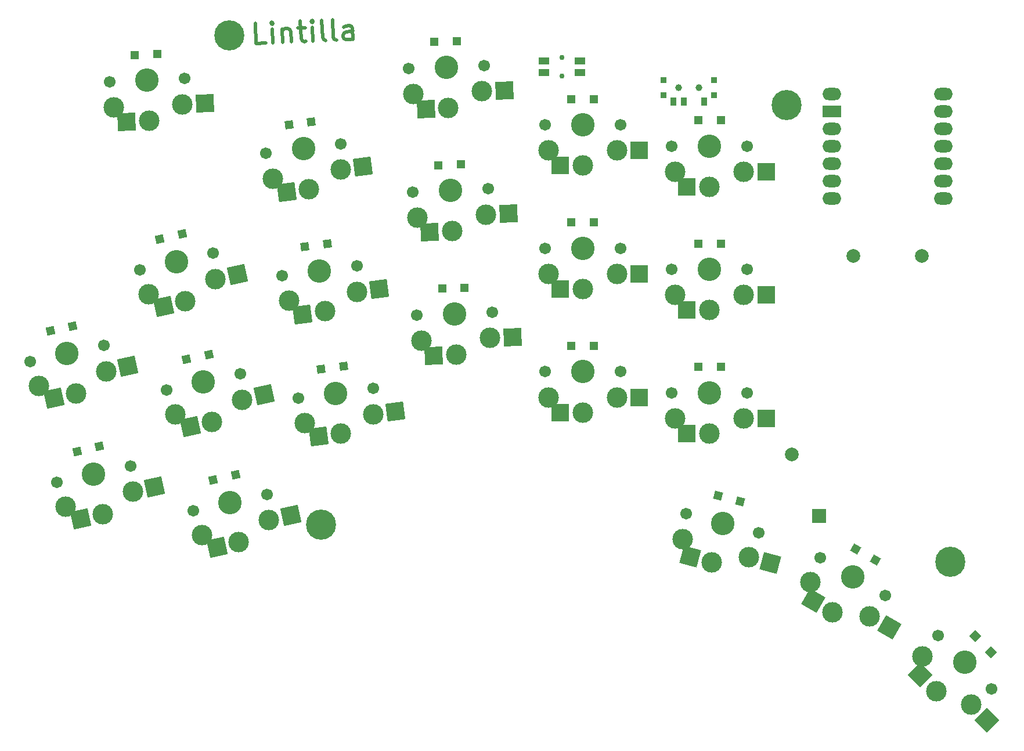
<source format=gbr>
%TF.GenerationSoftware,KiCad,Pcbnew,8.0.6*%
%TF.CreationDate,2024-10-22T01:49:15-07:00*%
%TF.ProjectId,lintilla,6c696e74-696c-46c6-912e-6b696361645f,v1.0*%
%TF.SameCoordinates,Original*%
%TF.FileFunction,Soldermask,Top*%
%TF.FilePolarity,Negative*%
%FSLAX46Y46*%
G04 Gerber Fmt 4.6, Leading zero omitted, Abs format (unit mm)*
G04 Created by KiCad (PCBNEW 8.0.6) date 2024-10-22 01:49:15*
%MOMM*%
%LPD*%
G01*
G04 APERTURE LIST*
G04 Aperture macros list*
%AMRotRect*
0 Rectangle, with rotation*
0 The origin of the aperture is its center*
0 $1 length*
0 $2 width*
0 $3 Rotation angle, in degrees counterclockwise*
0 Add horizontal line*
21,1,$1,$2,0,0,$3*%
G04 Aperture macros list end*
%ADD10C,0.500000*%
%ADD11R,0.900000X0.900000*%
%ADD12C,1.000000*%
%ADD13R,0.900000X1.250000*%
%ADD14RotRect,1.200000X1.200000X135.000000*%
%ADD15RotRect,1.200000X1.200000X187.500000*%
%ADD16C,1.701800*%
%ADD17C,3.000000*%
%ADD18C,3.429000*%
%ADD19R,2.600000X2.600000*%
%ADD20RotRect,1.200000X1.200000X182.500000*%
%ADD21RotRect,2.600000X2.600000X165.000000*%
%ADD22RotRect,2.600000X2.600000X135.000000*%
%ADD23RotRect,2.600000X2.600000X187.500000*%
%ADD24RotRect,1.200000X1.200000X192.500000*%
%ADD25RotRect,2.600000X2.600000X182.500000*%
%ADD26C,0.700000*%
%ADD27C,4.400000*%
%ADD28RotRect,2.600000X2.600000X192.500000*%
%ADD29R,1.200000X1.200000*%
%ADD30RotRect,1.200000X1.200000X165.000000*%
%ADD31RotRect,1.200000X1.200000X150.000000*%
%ADD32O,2.750000X1.800000*%
%ADD33R,2.750000X1.800000*%
%ADD34C,0.750000*%
%ADD35R,1.550000X1.000000*%
%ADD36R,2.000000X2.000000*%
%ADD37RotRect,2.600000X2.600000X150.000000*%
%ADD38C,2.000000*%
G04 APERTURE END LIST*
D10*
X73503156Y-35988919D02*
X72075944Y-36051233D01*
X72075944Y-36051233D02*
X71945086Y-33054088D01*
X74502204Y-35945300D02*
X74414965Y-33947204D01*
X74371345Y-32948155D02*
X74234856Y-33097108D01*
X74234856Y-33097108D02*
X74383808Y-33233598D01*
X74383808Y-33233598D02*
X74520298Y-33084645D01*
X74520298Y-33084645D02*
X74371345Y-32948155D01*
X74371345Y-32948155D02*
X74383808Y-33233598D01*
X75842176Y-33884890D02*
X75929415Y-35882987D01*
X75854639Y-34170333D02*
X75991129Y-34021380D01*
X75991129Y-34021380D02*
X76270340Y-33866196D01*
X76270340Y-33866196D02*
X76698503Y-33847502D01*
X76698503Y-33847502D02*
X76990177Y-33977761D01*
X76990177Y-33977761D02*
X77145361Y-34256972D01*
X77145361Y-34256972D02*
X77213905Y-35826905D01*
X78125715Y-33785189D02*
X79267485Y-33735338D01*
X78510259Y-32767446D02*
X78622423Y-35336428D01*
X78622423Y-35336428D02*
X78777607Y-35615639D01*
X78777607Y-35615639D02*
X79069281Y-35745897D01*
X79069281Y-35745897D02*
X79354723Y-35733434D01*
X80353772Y-35689815D02*
X80266533Y-33691719D01*
X80222914Y-32692670D02*
X80086424Y-32841623D01*
X80086424Y-32841623D02*
X80235376Y-32978113D01*
X80235376Y-32978113D02*
X80371866Y-32829160D01*
X80371866Y-32829160D02*
X80222914Y-32692670D01*
X80222914Y-32692670D02*
X80235376Y-32978113D01*
X82209147Y-35608808D02*
X81917473Y-35478549D01*
X81917473Y-35478549D02*
X81762289Y-35199338D01*
X81762289Y-35199338D02*
X81650125Y-32630357D01*
X83779080Y-35540263D02*
X83487406Y-35410004D01*
X83487406Y-35410004D02*
X83332222Y-35130793D01*
X83332222Y-35130793D02*
X83220058Y-32561812D01*
X86205340Y-35434330D02*
X86136796Y-33864397D01*
X86136796Y-33864397D02*
X85981612Y-33585186D01*
X85981612Y-33585186D02*
X85689938Y-33454928D01*
X85689938Y-33454928D02*
X85119053Y-33479853D01*
X85119053Y-33479853D02*
X84839842Y-33635037D01*
X86199109Y-35291609D02*
X85919898Y-35446793D01*
X85919898Y-35446793D02*
X85206292Y-35477949D01*
X85206292Y-35477949D02*
X84914619Y-35347691D01*
X84914619Y-35347691D02*
X84759435Y-35068480D01*
X84759435Y-35068480D02*
X84746972Y-34783038D01*
X84746972Y-34783038D02*
X84877230Y-34491364D01*
X84877230Y-34491364D02*
X85156441Y-34336180D01*
X85156441Y-34336180D02*
X85870047Y-34305023D01*
X85870047Y-34305023D02*
X86149258Y-34149839D01*
D11*
%TO.C,T1*%
X131480185Y-41341780D03*
X131480185Y-43541786D03*
D12*
X133680187Y-42441784D03*
X136680183Y-42441782D03*
D11*
X138880185Y-41341780D03*
X138880185Y-43541786D03*
D13*
X137430183Y-44516784D03*
X134430187Y-44516782D03*
X132930185Y-44516783D03*
%TD*%
D14*
%TO.C,SW21*%
X179264031Y-124815247D03*
X176930579Y-122481795D03*
%TD*%
D15*
%TO.C,SW8*%
X82456891Y-65280525D03*
X79185123Y-65711261D03*
%TD*%
D16*
%TO.C,S16*%
X143680184Y-86991791D03*
D17*
X143180178Y-90741795D03*
X138180184Y-92941791D03*
D18*
X138180184Y-86991791D03*
D17*
X133180184Y-90741793D03*
D16*
X132680184Y-86991791D03*
D19*
X146455185Y-90741791D03*
X134905184Y-92941791D03*
%TD*%
D20*
%TO.C,SW6*%
X57650104Y-37554610D03*
X54353244Y-37698554D03*
%TD*%
D15*
%TO.C,SW9*%
X80107416Y-47434520D03*
X76835648Y-47865256D03*
%TD*%
D16*
%TO.C,S19*%
X145386071Y-107450961D03*
D17*
X143932535Y-110943775D03*
X138533506Y-111774715D03*
D18*
X140073479Y-106027456D03*
D17*
X134273279Y-108355586D03*
D16*
X134760887Y-104603951D03*
D21*
X147095944Y-111791404D03*
X135370099Y-110927082D03*
%TD*%
D16*
%TO.C,S21*%
X179334731Y-130189248D03*
D17*
X176329527Y-132487345D03*
X171238359Y-130507446D03*
D18*
X175445644Y-126300161D03*
D17*
X169258460Y-125416280D03*
D16*
X171556557Y-122411074D03*
D22*
X178645302Y-134803120D03*
X168922589Y-128191674D03*
%TD*%
D16*
%TO.C,S8*%
X86763428Y-68495916D03*
D17*
X86757179Y-72279099D03*
X82087112Y-75112907D03*
D18*
X81310481Y-69213810D03*
D17*
X76842730Y-73584361D03*
D16*
X75857534Y-69931704D03*
D23*
X90004162Y-71851622D03*
X78840130Y-75540380D03*
%TD*%
D24*
%TO.C,SW3*%
X69040445Y-98966288D03*
X65818669Y-99680538D03*
%TD*%
D16*
%TO.C,S11*%
X105903548Y-57233995D03*
D17*
X105567592Y-61002239D03*
X100668318Y-63418239D03*
D18*
X100408783Y-57473902D03*
D17*
X95577115Y-61438432D03*
D16*
X94914018Y-57713809D03*
D25*
X108839481Y-60859382D03*
X97396435Y-63561092D03*
%TD*%
D26*
%TO.C,*%
X66493442Y-34916360D03*
X66925365Y-33729664D03*
X67027148Y-36060895D03*
X68069900Y-33195958D03*
D27*
X68141872Y-34844388D03*
D26*
X68213844Y-36492818D03*
X69256596Y-33627881D03*
X69358379Y-35959112D03*
X69790302Y-34772416D03*
%TD*%
D16*
%TO.C,S4*%
X69714916Y-84220774D03*
D17*
X70038417Y-87990106D03*
X65633104Y-91220153D03*
D18*
X64345288Y-85411192D03*
D17*
X60275457Y-90154500D03*
D16*
X58975660Y-86601610D03*
D28*
X73235786Y-87281264D03*
X62435734Y-91928993D03*
%TD*%
D16*
%TO.C,S13*%
X125180178Y-83908455D03*
D17*
X124680172Y-87658459D03*
X119680178Y-89858455D03*
D18*
X119680178Y-83908455D03*
D17*
X114680178Y-87658457D03*
D16*
X114180178Y-83908455D03*
D19*
X127955179Y-87658455D03*
X116405178Y-89858455D03*
%TD*%
D16*
%TO.C,S12*%
X105318203Y-39242403D03*
D17*
X104982247Y-43010647D03*
X100082973Y-45426647D03*
D18*
X99823438Y-39482310D03*
D17*
X94991770Y-43446840D03*
D16*
X94328673Y-39722217D03*
D25*
X108254136Y-42867790D03*
X96811090Y-45569500D03*
%TD*%
D29*
%TO.C,SW17*%
X139830187Y-65241791D03*
X136530187Y-65241791D03*
%TD*%
D30*
%TO.C,SW19*%
X142637824Y-102832286D03*
X139450268Y-101978186D03*
%TD*%
D31*
%TO.C,SW20*%
X162397989Y-111412801D03*
X159540105Y-109762801D03*
%TD*%
D32*
%TO.C,MCU1*%
X172300176Y-43371778D03*
X172300176Y-45911778D03*
X172300176Y-48451778D03*
X172300174Y-50991777D03*
X172300176Y-53531778D03*
X172300176Y-56071778D03*
X172300176Y-58611778D03*
X156060176Y-58611778D03*
X156060176Y-56071778D03*
X156060176Y-53531778D03*
X156060178Y-50991779D03*
X156060176Y-48451778D03*
D33*
X156060176Y-45911778D03*
D32*
X156060176Y-43371778D03*
%TD*%
D34*
%TO.C,B1*%
X116680184Y-38033455D03*
X116680184Y-40783455D03*
D35*
X114055184Y-38558455D03*
X119305184Y-38558455D03*
X114055184Y-40258455D03*
X119305184Y-40258455D03*
%TD*%
D29*
%TO.C,SW15*%
X121330183Y-44158458D03*
X118030183Y-44158458D03*
%TD*%
D24*
%TO.C,SW5*%
X61248611Y-63819630D03*
X58026835Y-64533880D03*
%TD*%
D20*
%TO.C,SW10*%
X102478975Y-71647100D03*
X99182115Y-71791044D03*
%TD*%
D26*
%TO.C,*%
X171907890Y-110841163D03*
X172909781Y-110072386D03*
X171743055Y-112093214D03*
X174161832Y-110237221D03*
D27*
X173336832Y-111666163D03*
D26*
X172511832Y-113095105D03*
X174930609Y-111239112D03*
X173763883Y-113259940D03*
X174765774Y-112491163D03*
%TD*%
D36*
%TO.C,PAD6*%
X154180190Y-104991788D03*
%TD*%
D16*
%TO.C,S2*%
X49851577Y-80097256D03*
D17*
X50175078Y-83866588D03*
X45769765Y-87096635D03*
D18*
X44481949Y-81287674D03*
D17*
X40412118Y-86030982D03*
D16*
X39112321Y-82478092D03*
D28*
X53372447Y-83157746D03*
X42572395Y-87805475D03*
%TD*%
D24*
%TO.C,SW1*%
X49177104Y-94842765D03*
X45955328Y-95557015D03*
%TD*%
D16*
%TO.C,S15*%
X125180178Y-47908454D03*
D17*
X124680172Y-51658458D03*
X119680178Y-53858454D03*
D18*
X119680178Y-47908454D03*
D17*
X114680178Y-51658456D03*
D16*
X114180178Y-47908454D03*
D19*
X127955179Y-51658454D03*
X116405178Y-53858454D03*
%TD*%
D29*
%TO.C,SW16*%
X139830176Y-83241786D03*
X136530176Y-83241786D03*
%TD*%
D16*
%TO.C,S1*%
X53747489Y-97670569D03*
D17*
X54070990Y-101439901D03*
X49665677Y-104669948D03*
D18*
X48377861Y-98860987D03*
D17*
X44308030Y-103604295D03*
D16*
X43008233Y-100051405D03*
D28*
X57268359Y-100731059D03*
X46468307Y-105378788D03*
%TD*%
D15*
%TO.C,SW7*%
X84806365Y-83126538D03*
X81534597Y-83557274D03*
%TD*%
D26*
%TO.C,*%
X147780188Y-44991792D03*
X148263462Y-43825066D03*
X148263462Y-46158518D03*
X149430188Y-43341792D03*
D27*
X149430188Y-44991792D03*
D26*
X149430188Y-46641792D03*
X150596914Y-43825066D03*
X150596914Y-46158518D03*
X151080188Y-44991792D03*
%TD*%
D29*
%TO.C,SW13*%
X121330183Y-80158460D03*
X118030183Y-80158460D03*
%TD*%
D16*
%TO.C,S5*%
X65819006Y-66647456D03*
D17*
X66142507Y-70416788D03*
X61737194Y-73646835D03*
D18*
X60449378Y-67837874D03*
D17*
X56379547Y-72581182D03*
D16*
X55079750Y-69028292D03*
D28*
X69339876Y-69707946D03*
X58539824Y-74355675D03*
%TD*%
D16*
%TO.C,S10*%
X106488886Y-75225593D03*
D17*
X106152930Y-78993837D03*
X101253656Y-81409837D03*
D18*
X100994121Y-75465500D03*
D17*
X96162453Y-79430030D03*
D16*
X95499356Y-75705407D03*
D25*
X109424819Y-78850980D03*
X97981773Y-81552690D03*
%TD*%
D16*
%TO.C,S6*%
X61660008Y-41133096D03*
D17*
X61324052Y-44901340D03*
X56424778Y-47317340D03*
D18*
X56165243Y-41373003D03*
D17*
X51333575Y-45337533D03*
D16*
X50670478Y-41612910D03*
D25*
X64595941Y-44758483D03*
X53152895Y-47460193D03*
%TD*%
D16*
%TO.C,S18*%
X143680181Y-50991783D03*
D17*
X143180175Y-54741787D03*
X138180181Y-56941783D03*
D18*
X138180181Y-50991783D03*
D17*
X133180181Y-54741785D03*
D16*
X132680181Y-50991783D03*
D19*
X146455182Y-54741783D03*
X134905181Y-56941783D03*
%TD*%
D16*
%TO.C,S20*%
X163857177Y-116585391D03*
D17*
X161549164Y-119582986D03*
X156119037Y-118988242D03*
D18*
X159094037Y-113835391D03*
D17*
X152888910Y-114582988D03*
D16*
X154330897Y-111085391D03*
D37*
X164385397Y-121220486D03*
X153282804Y-117350742D03*
%TD*%
D20*
%TO.C,SW11*%
X101893645Y-53655506D03*
X98596785Y-53799450D03*
%TD*%
D16*
%TO.C,S3*%
X73610829Y-101794112D03*
D17*
X73934330Y-105563444D03*
X69529017Y-108793491D03*
D18*
X68241201Y-102984530D03*
D17*
X64171370Y-107727838D03*
D16*
X62871573Y-104174948D03*
D28*
X77131699Y-104854602D03*
X66331647Y-109502331D03*
%TD*%
D38*
%TO.C,PAD5*%
X150180179Y-95991791D03*
%TD*%
%TO.C,PAD1*%
X169180184Y-66991786D03*
%TD*%
D34*
%TO.C,B2*%
X116680184Y-38033455D03*
X116680184Y-40783455D03*
%TD*%
D16*
%TO.C,S14*%
X125180182Y-65908459D03*
D17*
X124680176Y-69658463D03*
X119680182Y-71858459D03*
D18*
X119680182Y-65908459D03*
D17*
X114680182Y-69658461D03*
D16*
X114180182Y-65908459D03*
D19*
X127955183Y-69658459D03*
X116405182Y-71858459D03*
%TD*%
D20*
%TO.C,SW12*%
X101308304Y-35663912D03*
X98011444Y-35807856D03*
%TD*%
D38*
%TO.C,PAD3*%
X159180178Y-66991793D03*
%TD*%
D29*
%TO.C,SW14*%
X121330189Y-62158456D03*
X118030189Y-62158456D03*
%TD*%
D16*
%TO.C,S17*%
X143680188Y-68991794D03*
D17*
X143180182Y-72741798D03*
X138180188Y-74941794D03*
D18*
X138180188Y-68991794D03*
D17*
X133180188Y-72741796D03*
D16*
X132680188Y-68991794D03*
D19*
X146455189Y-72741794D03*
X134905188Y-74941794D03*
%TD*%
D16*
%TO.C,S9*%
X84413954Y-50649913D03*
D17*
X84407705Y-54433096D03*
X79737638Y-57266904D03*
D18*
X78961007Y-51367807D03*
D17*
X74493256Y-55738358D03*
D16*
X73508060Y-52085701D03*
D23*
X87654688Y-54005619D03*
X76490656Y-57694377D03*
%TD*%
D16*
%TO.C,S7*%
X89112897Y-86341919D03*
D17*
X89106648Y-90125102D03*
X84436581Y-92958910D03*
D18*
X83659950Y-87059813D03*
D17*
X79192199Y-91430364D03*
D16*
X78207003Y-87777707D03*
D23*
X92353631Y-89697625D03*
X81189599Y-93386383D03*
%TD*%
D26*
%TO.C,*%
X79888574Y-106548043D03*
X80107866Y-105304374D03*
X80612918Y-107582514D03*
X81142337Y-104580030D03*
D27*
X81499462Y-106190918D03*
D26*
X81856587Y-107801806D03*
X82386006Y-104799322D03*
X82891058Y-107077462D03*
X83110350Y-105833793D03*
%TD*%
D24*
%TO.C,SW4*%
X65144517Y-81392972D03*
X61922741Y-82107222D03*
%TD*%
%TO.C,SW2*%
X45281189Y-77269431D03*
X42059413Y-77983681D03*
%TD*%
D29*
%TO.C,SW18*%
X139830188Y-47241786D03*
X136530188Y-47241786D03*
%TD*%
M02*

</source>
